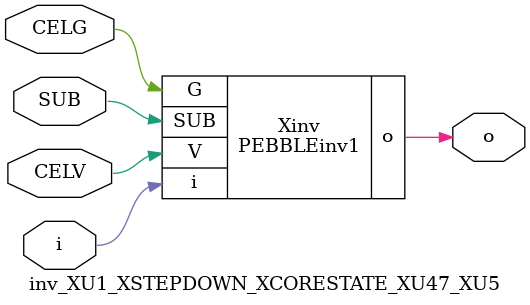
<source format=v>



module PEBBLEinv1 ( o, G, SUB, V, i );

  input V;
  input i;
  input G;
  output o;
  input SUB;
endmodule

//Celera Confidential Do Not Copy inv_XU1_XSTEPDOWN_XCORESTATE_XU47_XU5
//Celera Confidential Symbol Generator
//5V Inverter
module inv_XU1_XSTEPDOWN_XCORESTATE_XU47_XU5 (CELV,CELG,i,o,SUB);
input CELV;
input CELG;
input i;
input SUB;
output o;

//Celera Confidential Do Not Copy inv
PEBBLEinv1 Xinv(
.V (CELV),
.i (i),
.o (o),
.SUB (SUB),
.G (CELG)
);
//,diesize,PEBBLEinv1

//Celera Confidential Do Not Copy Module End
//Celera Schematic Generator
endmodule

</source>
